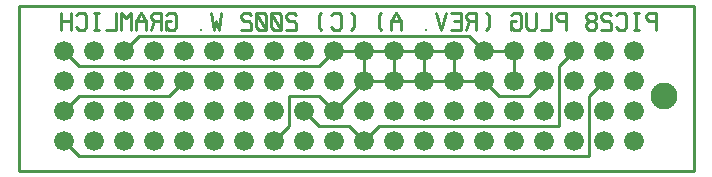
<source format=gbl>
%MOIN*%
%FSLAX25Y25*%
G04 D10 used for Character Trace; *
G04     Circle (OD=.01000) (No hole)*
G04 D11 used for Power Trace; *
G04     Circle (OD=.06700) (No hole)*
G04 D12 used for Signal Trace; *
G04     Circle (OD=.01100) (No hole)*
G04 D13 used for Via; *
G04     Circle (OD=.05800) (Round. Hole ID=.02800)*
G04 D14 used for Component hole; *
G04     Circle (OD=.06500) (Round. Hole ID=.03500)*
G04 D15 used for Component hole; *
G04     Circle (OD=.06600) (Round. Hole ID=.04200)*
G04 D16 used for Component hole; *
G04     Circle (OD=.08200) (Round. Hole ID=.05200)*
G04 D17 used for Component hole; *
G04     Circle (OD=.08950) (Round. Hole ID=.05950)*
G04 D18 used for Component hole; *
G04     Circle (OD=.11600) (Round. Hole ID=.08600)*
G04 D19 used for Component hole; *
G04     Circle (OD=.15500) (Round. Hole ID=.12500)*
G04 D20 used for Component hole; *
G04     Circle (OD=.18200) (Round. Hole ID=.15200)*
G04 D21 used for Component hole; *
G04     Circle (OD=.24300) (Round. Hole ID=.21300)*
%ADD10C,.01000*%
%ADD11C,.06700*%
%ADD12C,.01100*%
%ADD13C,.05800*%
%ADD14C,.06500*%
%ADD15C,.06600*%
%ADD16C,.08200*%
%ADD17C,.08950*%
%ADD18C,.11600*%
%ADD19C,.15500*%
%ADD20C,.18200*%
%ADD21C,.24300*%
%IPPOS*%
%LPD*%
G90*X0Y0D02*D15*X15000Y10000D03*D12*              
X20000Y5000D01*X190000D01*Y25000D01*              
X195000Y30000D01*D15*D03*X205000Y20000D03*        
Y40000D03*X185000D03*D12*X180000Y35000D01*        
Y15000D01*X120000D01*X115000Y10000D01*D15*D03*D12*
X110000Y15000D01*X100000D01*X95000Y20000D01*D15*  
D03*D12*X105000D02*X100000Y25000D01*D15*          
X105000Y20000D03*D12*X115000Y30000D01*D15*D03*D12*
X125000D01*D15*D03*D12*X135000D01*D15*D03*D12*    
X145000D01*D15*D03*D12*X155000D01*D15*D03*D12*    
X160000Y25000D01*X170000D01*X175000Y30000D01*D15* 
D03*X185000Y20000D03*X165000Y40000D03*D12*        
Y30000D01*D15*D03*X175000Y20000D03*Y40000D03*     
X155000D03*D12*X165000D01*X155000D02*             
X150000Y45000D01*X40000D01*X35000Y40000D01*D15*   
D03*X45000Y30000D03*X25000D03*X45000Y40000D03*    
X25000D03*X35000Y30000D03*D12*X20000Y25000D02*    
X50000D01*X15000Y20000D02*X20000Y25000D01*D15*    
X15000Y20000D03*X25000Y10000D03*Y20000D03*        
X15000Y30000D03*D12*X20000Y35000D02*X100000D01*   
X105000Y40000D01*D15*D03*D12*X115000D01*D15*D03*  
D12*Y30000D01*D15*X125000Y20000D03*Y40000D03*D12* 
Y30000D01*D15*X135000Y20000D03*Y40000D03*D12*     
Y30000D01*D15*X145000Y20000D03*Y40000D03*D12*     
Y30000D01*D15*X155000Y20000D03*D12*               
X125000Y40000D02*X135000D01*X115000D02*X125000D01*
D15*X105000Y30000D03*D12*X90000Y25000D02*         
X100000D01*X90000Y15000D02*Y25000D01*             
X85000Y10000D02*X90000Y15000D01*D15*              
X85000Y10000D03*X75000Y20000D03*X95000Y10000D03*  
X85000Y20000D03*X75000Y10000D03*X65000Y30000D03*  
X95000D03*X65000Y20000D03*X105000Y10000D03*       
X85000Y30000D03*X65000Y10000D03*X75000Y30000D03*  
X55000Y40000D03*Y30000D03*D12*X50000Y25000D01*D15*
X55000Y20000D03*X45000D03*X65000Y40000D03*        
X35000Y10000D03*X45000D03*X35000Y20000D03*        
X55000Y10000D03*X75000Y40000D03*D12*              
X20000Y35000D02*X15000Y40000D01*D15*D03*D10*      
X212511Y47129D02*Y52871D01*X210000D01*            
X209163Y51914D01*Y50957D01*X210000Y50000D01*      
X212511D01*X205837Y47129D02*Y52871D01*            
X206674Y47129D02*X205000D01*X206674Y52871D02*     
X205000D01*X199163Y48086D02*X200000Y47129D01*     
X201674D01*X202511Y48086D01*Y51914D01*            
X201674Y52871D01*X200000D01*X199163Y51914D01*     
X197511D02*X196674Y52871D01*X195000D01*           
X194163Y51914D01*Y50957D01*X195000Y50000D01*      
X196674D01*X197511Y49043D01*Y47129D01*X194163D01* 
X191674Y50000D02*X192511Y50957D01*Y51914D01*      
X191674Y52871D01*X190000D01*X189163Y51914D01*     
Y50957D01*X190000Y50000D01*X191674D01*            
X192511Y49043D01*Y48086D01*X191674Y47129D01*      
X190000D01*X189163Y48086D01*Y49043D01*            
X190000Y50000D01*X182511Y47129D02*Y52871D01*      
X180000D01*X179163Y51914D01*Y50957D01*            
X180000Y50000D01*X182511D01*X177511Y52871D02*     
Y47129D01*X174163D01*X169163Y52871D02*Y48086D01*  
X170000Y47129D01*X171674D01*X172511Y48086D01*     
Y52871D01*X164163Y48086D02*X165000Y47129D01*      
X166674D01*X167511Y48086D01*Y51914D01*            
X166674Y52871D01*X165000D01*X164163Y51914D01*     
X165837Y50000D02*X164163D01*Y47129D01*            
X155837Y52871D02*X156674Y51914D01*Y48086D01*      
X155837Y47129D01*X152511D02*Y52871D01*X150000D01* 
X149163Y51914D01*Y50957D01*X150000Y50000D01*      
X152511D01*X150000D02*X149163Y47129D01*X144163D02*
X147511D01*Y52871D01*X144163D01*X147511Y50000D02* 
X145000D01*X142511Y52871D02*X140837Y47129D01*     
X139163Y52871D01*X135837Y47129D03*X127511D02*     
Y50000D01*X125837Y52871D01*X124163Y50000D01*      
Y47129D01*X127511Y50000D02*X124163D01*            
X120837Y52871D02*X120000Y51914D01*Y48086D01*      
X120837Y47129D01*X110837Y52871D02*                
X111674Y51914D01*Y48086D01*X110837Y47129D01*      
X104163Y48086D02*X105000Y47129D01*X106674D01*     
X107511Y48086D01*Y51914D01*X106674Y52871D01*      
X105000D01*X104163Y51914D01*X100837Y52871D02*     
X100000Y51914D01*Y48086D01*X100837Y47129D01*      
X92511Y51914D02*X91674Y52871D01*X90000D01*        
X89163Y51914D01*Y50957D01*X90000Y50000D01*        
X91674D01*X92511Y49043D01*Y47129D01*X89163D01*    
X84163Y48086D02*X85000Y47129D01*X86674D01*        
X87511Y48086D01*Y51914D01*X86674Y52871D01*        
X85000D01*X84163Y51914D01*Y48086D01*              
X87511Y47129D02*X84163Y52871D01*X79163Y48086D02*  
X80000Y47129D01*X81674D01*X82511Y48086D01*        
Y51914D01*X81674Y52871D01*X80000D01*              
X79163Y51914D01*Y48086D01*X82511Y47129D02*        
X79163Y52871D01*X77511Y51914D02*X76674Y52871D01*  
X75000D01*X74163Y51914D01*Y50957D01*              
X75000Y50000D01*X76674D01*X77511Y49043D01*        
Y47129D01*X74163D01*X67511Y52871D02*              
X66674Y47129D01*X65837Y50000D01*X65000Y47129D01*  
X64163Y52871D01*X60837Y47129D03*X49163Y48086D02*  
X50000Y47129D01*X51674D01*X52511Y48086D01*        
Y51914D01*X51674Y52871D01*X50000D01*              
X49163Y51914D01*X50837Y50000D02*X49163D01*        
Y47129D01*X47511D02*Y52871D01*X45000D01*          
X44163Y51914D01*Y50957D01*X45000Y50000D01*        
X47511D01*X45000D02*X44163Y47129D01*X42511D02*    
Y50000D01*X40837Y52871D01*X39163Y50000D01*        
Y47129D01*X42511Y50000D02*X39163D01*              
X37511Y47129D02*Y52871D01*X35837Y50957D01*        
X34163Y52871D01*Y47129D01*X32511Y52871D02*        
Y47129D01*X29163D01*X25837D02*Y52871D01*          
X26674Y47129D02*X25000D01*X26674Y52871D02*        
X25000D01*X19163Y48086D02*X20000Y47129D01*        
X21674D01*X22511Y48086D01*Y51914D01*              
X21674Y52871D01*X20000D01*X19163Y51914D01*        
X17511Y47129D02*Y52871D01*X14163Y47129D02*        
Y52871D01*X17511Y50000D02*X14163D01*D12*X0Y0D02*  
Y55000D01*Y0D02*X225000D01*Y55000D01*X0D01*D15*   
X85000Y40000D03*X95000D03*X115000Y20000D03*       
X125000Y10000D03*X135000D03*D12*Y40000D02*        
X145000D01*D15*X165000Y20000D03*X175000Y10000D03* 
X145000D03*X155000D03*X165000D03*X185000D03*      
Y30000D03*X195000Y10000D03*Y20000D03*Y40000D03*   
X205000Y10000D03*Y30000D03*D17*X215000Y25000D03*  
M02*                                              

</source>
